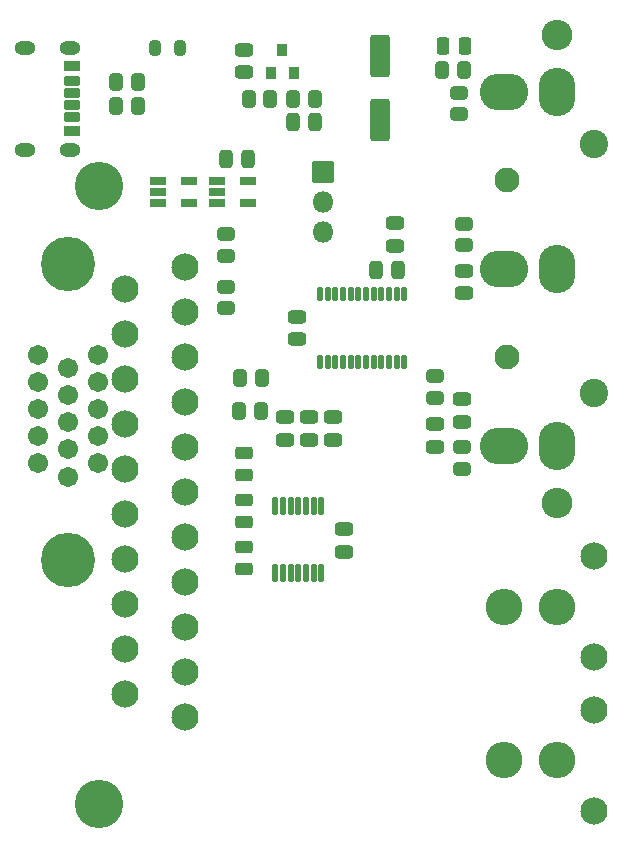
<source format=gbr>
%TF.GenerationSoftware,KiCad,Pcbnew,9.0.1*%
%TF.CreationDate,2025-09-13T03:02:15+12:00*%
%TF.ProjectId,comprgb,636f6d70-7267-4622-9e6b-696361645f70,rev?*%
%TF.SameCoordinates,Original*%
%TF.FileFunction,Soldermask,Top*%
%TF.FilePolarity,Negative*%
%FSLAX46Y46*%
G04 Gerber Fmt 4.6, Leading zero omitted, Abs format (unit mm)*
G04 Created by KiCad (PCBNEW 9.0.1) date 2025-09-13 03:02:15*
%MOMM*%
%LPD*%
G01*
G04 APERTURE LIST*
G04 Aperture macros list*
%AMRoundRect*
0 Rectangle with rounded corners*
0 $1 Rounding radius*
0 $2 $3 $4 $5 $6 $7 $8 $9 X,Y pos of 4 corners*
0 Add a 4 corners polygon primitive as box body*
4,1,4,$2,$3,$4,$5,$6,$7,$8,$9,$2,$3,0*
0 Add four circle primitives for the rounded corners*
1,1,$1+$1,$2,$3*
1,1,$1+$1,$4,$5*
1,1,$1+$1,$6,$7*
1,1,$1+$1,$8,$9*
0 Add four rect primitives between the rounded corners*
20,1,$1+$1,$2,$3,$4,$5,0*
20,1,$1+$1,$4,$5,$6,$7,0*
20,1,$1+$1,$6,$7,$8,$9,0*
20,1,$1+$1,$8,$9,$2,$3,0*%
G04 Aperture macros list end*
%ADD10RoundRect,0.275500X-0.500500X0.275500X-0.500500X-0.275500X0.500500X-0.275500X0.500500X0.275500X0*%
%ADD11RoundRect,0.275500X0.500500X-0.275500X0.500500X0.275500X-0.500500X0.275500X-0.500500X-0.275500X0*%
%ADD12RoundRect,0.274876X0.288624X0.476124X-0.288624X0.476124X-0.288624X-0.476124X0.288624X-0.476124X0*%
%ADD13RoundRect,0.274876X0.476124X-0.288624X0.476124X0.288624X-0.476124X0.288624X-0.476124X-0.288624X0*%
%ADD14RoundRect,0.274876X-0.476124X0.288624X-0.476124X-0.288624X0.476124X-0.288624X0.476124X0.288624X0*%
%ADD15RoundRect,0.269250X-0.481750X0.269250X-0.481750X-0.269250X0.481750X-0.269250X0.481750X0.269250X0*%
%ADD16RoundRect,0.051000X0.400000X-0.450000X0.400000X0.450000X-0.400000X0.450000X-0.400000X-0.450000X0*%
%ADD17RoundRect,0.265938X0.585062X-1.535062X0.585062X1.535062X-0.585062X1.535062X-0.585062X-1.535062X0*%
%ADD18RoundRect,0.269250X0.481750X-0.269250X0.481750X0.269250X-0.481750X0.269250X-0.481750X-0.269250X0*%
%ADD19C,4.102000*%
%ADD20C,2.302000*%
%ADD21O,2.602000X2.602000*%
%ADD22C,2.402000*%
%ADD23C,2.102000*%
%ADD24O,4.102000X3.102000*%
%ADD25O,3.102000X4.102000*%
%ADD26RoundRect,0.275500X0.275500X0.500500X-0.275500X0.500500X-0.275500X-0.500500X0.275500X-0.500500X0*%
%ADD27RoundRect,0.051000X0.600000X-0.350000X0.600000X0.350000X-0.600000X0.350000X-0.600000X-0.350000X0*%
%ADD28RoundRect,0.051000X0.600000X-0.380000X0.600000X0.380000X-0.600000X0.380000X-0.600000X-0.380000X0*%
%ADD29RoundRect,0.051000X0.600000X-0.400000X0.600000X0.400000X-0.600000X0.400000X-0.600000X-0.400000X0*%
%ADD30O,1.802000X1.202000*%
%ADD31RoundRect,0.051000X-0.610000X-0.325000X0.610000X-0.325000X0.610000X0.325000X-0.610000X0.325000X0*%
%ADD32C,1.702000*%
%ADD33C,4.602000*%
%ADD34O,3.102000X3.102000*%
%ADD35RoundRect,0.051000X-0.200000X0.550000X-0.200000X-0.550000X0.200000X-0.550000X0.200000X0.550000X0*%
%ADD36RoundRect,0.051000X-0.850000X-0.850000X0.850000X-0.850000X0.850000X0.850000X-0.850000X0.850000X0*%
%ADD37O,1.802000X1.802000*%
%ADD38RoundRect,0.274876X-0.288624X-0.476124X0.288624X-0.476124X0.288624X0.476124X-0.288624X0.476124X0*%
%ADD39RoundRect,0.244250X0.244250X0.406750X-0.244250X0.406750X-0.244250X-0.406750X0.244250X-0.406750X0*%
%ADD40RoundRect,0.275500X-0.275500X-0.500500X0.275500X-0.500500X0.275500X0.500500X-0.275500X0.500500X0*%
%ADD41RoundRect,0.274877X-0.476123X0.288623X-0.476123X-0.288623X0.476123X-0.288623X0.476123X0.288623X0*%
%ADD42RoundRect,0.269250X-0.269250X-0.481750X0.269250X-0.481750X0.269250X0.481750X-0.269250X0.481750X0*%
%ADD43RoundRect,0.274878X-0.288622X-0.476122X0.288622X-0.476122X0.288622X0.476122X-0.288622X0.476122X0*%
%ADD44RoundRect,0.125500X-0.125500X0.663000X-0.125500X-0.663000X0.125500X-0.663000X0.125500X0.663000X0*%
G04 APERTURE END LIST*
D10*
%TO.C,C1*%
X-17000000Y1950000D03*
X-17000000Y50000D03*
%TD*%
D11*
%TO.C,C2*%
X-16900000Y10950000D03*
X-16900000Y12850000D03*
%TD*%
%TO.C,C3*%
X-22700000Y14950000D03*
X-22700000Y16850000D03*
%TD*%
D12*
%TO.C,R1*%
X-29487500Y27400000D03*
X-31312500Y27400000D03*
%TD*%
%TO.C,R2*%
X-33287500Y27400000D03*
X-35112500Y27400000D03*
%TD*%
D13*
%TO.C,R4*%
X-16900000Y14987500D03*
X-16900000Y16812500D03*
%TD*%
D14*
%TO.C,R5*%
X-17300000Y27912500D03*
X-17300000Y26087500D03*
%TD*%
D15*
%TO.C,R11*%
X-35500000Y-6562500D03*
X-35500000Y-8437500D03*
%TD*%
D16*
%TO.C,U1*%
X-33204000Y29558000D03*
X-31304000Y29558000D03*
X-32254000Y31558000D03*
%TD*%
D14*
%TO.C,R3*%
X-17000000Y-2080500D03*
X-17000000Y-3905500D03*
%TD*%
D10*
%TO.C,C4*%
X-28000000Y450000D03*
X-28000000Y-1450000D03*
%TD*%
%TO.C,C5*%
X-30000000Y450000D03*
X-30000000Y-1450000D03*
%TD*%
%TO.C,C6*%
X-32000000Y450000D03*
X-32000000Y-1450000D03*
%TD*%
D17*
%TO.C,C7*%
X-24000000Y25600000D03*
X-24000000Y31000000D03*
%TD*%
D18*
%TO.C,R9*%
X-35500000Y-12437500D03*
X-35500000Y-10562500D03*
%TD*%
D19*
%TO.C,J4*%
X-47800000Y20000000D03*
X-47800000Y-32270000D03*
D20*
X-40520000Y-24905000D03*
X-45600000Y-23000000D03*
X-40520000Y-21095000D03*
X-45600000Y-19190000D03*
X-40520000Y-17285000D03*
X-45600000Y-15380000D03*
X-40520000Y-13475000D03*
X-45600000Y-11570000D03*
X-40520000Y-9665000D03*
X-45600000Y-7760000D03*
X-40520000Y-5855000D03*
X-45600000Y-3950000D03*
X-40520000Y-2045000D03*
X-45600000Y-140000D03*
X-40520000Y1765000D03*
X-45600000Y3670000D03*
X-40520000Y5575000D03*
X-45600000Y7480000D03*
X-40520000Y9385000D03*
X-45600000Y11290000D03*
X-40520000Y13195000D03*
%TD*%
D21*
%TO.C,J5*%
X-9000000Y-6800000D03*
D22*
X-5855480Y2466620D03*
D23*
X-13200000Y5500000D03*
X-13200000Y20500000D03*
D22*
X-5855480Y23533380D03*
D21*
X-9000000Y32800000D03*
D24*
X-13500000Y13000000D03*
X-13500000Y28000000D03*
X-13500000Y-2000000D03*
D25*
X-9000000Y-2000000D03*
X-9000000Y13000000D03*
X-9000000Y28000000D03*
%TD*%
D10*
%TO.C,C8*%
X-35500000Y31550000D03*
X-35500000Y29650000D03*
%TD*%
D26*
%TO.C,C9*%
X-29450000Y25400000D03*
X-31350000Y25400000D03*
%TD*%
%TO.C,C10*%
X-35150000Y22300000D03*
X-37050000Y22300000D03*
%TD*%
D11*
%TO.C,C11*%
X-31000000Y7050000D03*
X-31000000Y8950000D03*
%TD*%
%TO.C,C12*%
X-27000000Y-10950000D03*
X-27000000Y-9050000D03*
%TD*%
D27*
%TO.C,J3*%
X-50050000Y27900000D03*
D28*
X-50050000Y25880000D03*
D29*
X-50050000Y24650000D03*
D27*
X-50050000Y26900000D03*
D28*
X-50050000Y28920000D03*
D29*
X-50050000Y30150000D03*
D30*
X-54000000Y23080000D03*
X-50200000Y23080000D03*
X-54000000Y31720000D03*
X-50200000Y31720000D03*
%TD*%
D12*
%TO.C,R16*%
X-44487500Y28800000D03*
X-46312500Y28800000D03*
%TD*%
%TO.C,R17*%
X-44487500Y26800000D03*
X-46312500Y26800000D03*
%TD*%
D31*
%TO.C,U6*%
X-37810000Y20450000D03*
X-37810000Y19500000D03*
X-37810000Y18550000D03*
X-35190000Y18550000D03*
X-35190000Y20450000D03*
%TD*%
%TO.C,U7*%
X-42810000Y20450000D03*
X-42810000Y19500000D03*
X-42810000Y18550000D03*
X-40190000Y18550000D03*
X-40190000Y20450000D03*
%TD*%
D32*
%TO.C,J1*%
X-47860000Y-3440000D03*
X-47860000Y-1150000D03*
X-47860000Y1140000D03*
X-47860000Y3430000D03*
X-47860000Y5720000D03*
X-50400000Y-4580000D03*
X-50400000Y-2290000D03*
X-50400000Y0D03*
X-50400000Y2290000D03*
D33*
X-50400000Y13380000D03*
D32*
X-50400000Y4580000D03*
D33*
X-50400000Y-11620000D03*
D32*
X-52940000Y-3440000D03*
X-52940000Y-1150000D03*
X-52940000Y1140000D03*
X-52940000Y3430000D03*
X-52940000Y5720000D03*
%TD*%
D20*
%TO.C,JR1*%
X-5850000Y-11350000D03*
X-5850000Y-19850000D03*
D34*
X-13500000Y-15600000D03*
X-9000000Y-15600000D03*
%TD*%
D20*
%TO.C,JU1*%
X-5850000Y-24370000D03*
X-5850000Y-32870000D03*
D34*
X-13500000Y-28620000D03*
X-9000000Y-28620000D03*
%TD*%
D15*
%TO.C,R10*%
X-35500000Y-2562500D03*
X-35500000Y-4437500D03*
%TD*%
D35*
%TO.C,U2*%
X-21925000Y10850000D03*
X-22575000Y10850000D03*
X-23225000Y10850000D03*
X-23875000Y10850000D03*
X-24525000Y10850000D03*
X-25175000Y10850000D03*
X-25825000Y10850000D03*
X-26475000Y10850000D03*
X-27125000Y10850000D03*
X-27775000Y10850000D03*
X-28425000Y10850000D03*
X-29075000Y10850000D03*
X-29075000Y5150000D03*
X-28425000Y5150000D03*
X-27775000Y5150000D03*
X-27125000Y5150000D03*
X-26475000Y5150000D03*
X-25825000Y5150000D03*
X-25175000Y5150000D03*
X-24525000Y5150000D03*
X-23875000Y5150000D03*
X-23225000Y5150000D03*
X-22575000Y5150000D03*
X-21925000Y5150000D03*
%TD*%
D10*
%TO.C,C13*%
X-19300000Y-150000D03*
X-19300000Y-2050000D03*
%TD*%
D36*
%TO.C,J2*%
X-28800000Y21200000D03*
D37*
X-28800000Y18660000D03*
X-28800000Y16120000D03*
%TD*%
D13*
%TO.C,R6*%
X-19300000Y2087500D03*
X-19300000Y3912500D03*
%TD*%
D38*
%TO.C,R7*%
X-35812500Y3800000D03*
X-33987500Y3800000D03*
%TD*%
D12*
%TO.C,R8*%
X-34087500Y1000000D03*
X-35912500Y1000000D03*
%TD*%
D39*
%TO.C,FB1*%
X-40937500Y31700000D03*
X-43062500Y31700000D03*
%TD*%
D40*
%TO.C,C14*%
X-24350000Y12900000D03*
X-22450000Y12900000D03*
%TD*%
D41*
%TO.C,R12*%
X-37000000Y15912500D03*
X-37000000Y14087500D03*
%TD*%
%TO.C,R13*%
X-37000000Y11502500D03*
X-37000000Y9677500D03*
%TD*%
D42*
%TO.C,D1*%
X-18687500Y31850000D03*
X-16812500Y31850000D03*
%TD*%
D43*
%TO.C,R14*%
X-18702500Y29845000D03*
X-16877500Y29845000D03*
%TD*%
D44*
%TO.C,U3*%
X-28950000Y-7037500D03*
X-29600000Y-7037500D03*
X-30250000Y-7037500D03*
X-30900000Y-7037500D03*
X-31550000Y-7037500D03*
X-32200000Y-7037500D03*
X-32850000Y-7037500D03*
X-32850000Y-12762500D03*
X-32200000Y-12762500D03*
X-31550000Y-12762500D03*
X-30900000Y-12762500D03*
X-30250000Y-12762500D03*
X-29600000Y-12762500D03*
X-28950000Y-12762500D03*
%TD*%
M02*

</source>
